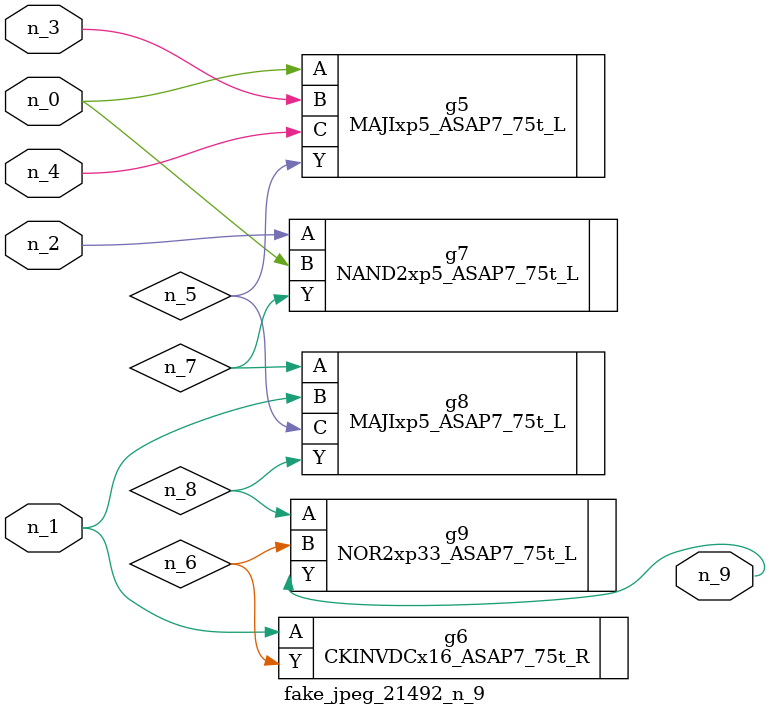
<source format=v>
module fake_jpeg_21492_n_9 (n_3, n_2, n_1, n_0, n_4, n_9);

input n_3;
input n_2;
input n_1;
input n_0;
input n_4;

output n_9;

wire n_8;
wire n_6;
wire n_5;
wire n_7;

MAJIxp5_ASAP7_75t_L g5 ( 
.A(n_0),
.B(n_3),
.C(n_4),
.Y(n_5)
);

CKINVDCx16_ASAP7_75t_R g6 ( 
.A(n_1),
.Y(n_6)
);

NAND2xp5_ASAP7_75t_L g7 ( 
.A(n_2),
.B(n_0),
.Y(n_7)
);

MAJIxp5_ASAP7_75t_L g8 ( 
.A(n_7),
.B(n_1),
.C(n_5),
.Y(n_8)
);

NOR2xp33_ASAP7_75t_L g9 ( 
.A(n_8),
.B(n_6),
.Y(n_9)
);


endmodule
</source>
